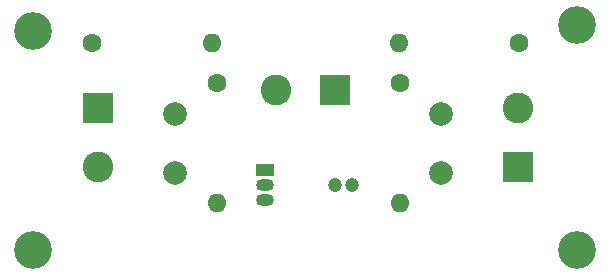
<source format=gbr>
%TF.GenerationSoftware,KiCad,Pcbnew,7.0.9*%
%TF.CreationDate,2024-05-08T14:26:35+02:00*%
%TF.ProjectId,Amplificador de baja se_al,416d706c-6966-4696-9361-646f72206465,rev?*%
%TF.SameCoordinates,Original*%
%TF.FileFunction,Soldermask,Bot*%
%TF.FilePolarity,Negative*%
%FSLAX46Y46*%
G04 Gerber Fmt 4.6, Leading zero omitted, Abs format (unit mm)*
G04 Created by KiCad (PCBNEW 7.0.9) date 2024-05-08 14:26:35*
%MOMM*%
%LPD*%
G01*
G04 APERTURE LIST*
%ADD10C,1.200000*%
%ADD11R,2.600000X2.600000*%
%ADD12C,2.600000*%
%ADD13C,2.000000*%
%ADD14C,3.200000*%
%ADD15C,1.600000*%
%ADD16O,1.600000X1.600000*%
%ADD17O,1.500000X1.050000*%
%ADD18R,1.500000X1.050000*%
G04 APERTURE END LIST*
D10*
%TO.C,C3*%
X128500000Y-82500000D03*
X130000000Y-82500000D03*
%TD*%
D11*
%TO.C,J2*%
X128500000Y-74500000D03*
D12*
X123500000Y-74500000D03*
%TD*%
D11*
%TO.C,J1*%
X108500000Y-76000000D03*
D12*
X108500000Y-81000000D03*
%TD*%
D11*
%TO.C,J3*%
X144000000Y-81000000D03*
D12*
X144000000Y-76000000D03*
%TD*%
D13*
%TO.C,C1*%
X115000000Y-76500000D03*
X115000000Y-81500000D03*
%TD*%
D14*
%TO.C,REF\u002A\u002A*%
X103000000Y-69500000D03*
%TD*%
%TO.C,REF\u002A\u002A*%
X103000000Y-88000000D03*
%TD*%
%TO.C,REF\u002A\u002A*%
X149000000Y-69000000D03*
%TD*%
D15*
%TO.C,R4*%
X134000000Y-73920000D03*
D16*
X134000000Y-84080000D03*
%TD*%
%TO.C,R1*%
X118080000Y-70500000D03*
D15*
X107920000Y-70500000D03*
%TD*%
D17*
%TO.C,TR1*%
X122640000Y-83770000D03*
X122640000Y-82500000D03*
D18*
X122640000Y-81230000D03*
%TD*%
D14*
%TO.C,REF\u002A\u002A*%
X149000000Y-88000000D03*
%TD*%
D15*
%TO.C,R3*%
X144080000Y-70500000D03*
D16*
X133920000Y-70500000D03*
%TD*%
%TO.C,R2*%
X118500000Y-84080000D03*
D15*
X118500000Y-73920000D03*
%TD*%
D13*
%TO.C,C2*%
X137500000Y-81500000D03*
X137500000Y-76500000D03*
%TD*%
M02*

</source>
